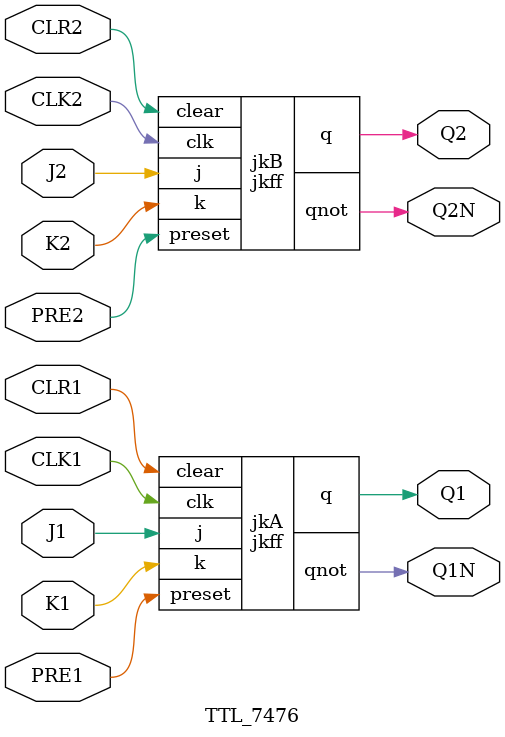
<source format=v>

`timescale 1ns/10ps
// #(0:13:22, 0:8:15)
module jkff(input preset, input clear, input clk, input j, input k, output reg q, output qnot);
   // #(0:16:25, 0:25:40)
   assign qnot = ~q;

   always @(clear or preset) begin
      if (!clear) begin
         q <= #40 1'b0;
      end else if (!preset) begin
         q <= #40 1'b1;
      end
   end

   always @(negedge clk) begin
      case ({j, k})
         2'b00: q <= #40 q;
         2'b01: q <= #40 1'b0;
         2'b10: q <= #40 1'b1;
         2'b11: q <= #40 ~q;
      endcase
   end
endmodule

module TTL_7476 (
   input  PRE1, CLR1, CLK1, J1, K1,   // Unit A
   output Q1, Q1N,
   input  PRE2, CLR2, CLK2, J2, K2,   // Unit B
   output Q2, Q2N
   );

   jkff jkA (.preset(PRE1), .clear(CLR1), .clk(CLK1), .j(J1), .k(K1), .q(Q1), .qnot(Q1N));
   jkff jkB (.preset(PRE2), .clear(CLR2), .clk(CLK2), .j(J2), .k(K2), .q(Q2), .qnot(Q2N));

endmodule

</source>
